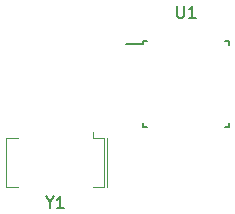
<source format=gbr>
%TF.GenerationSoftware,KiCad,Pcbnew,(6.0.7)*%
%TF.CreationDate,2022-10-03T13:44:35+01:00*%
%TF.ProjectId,teste,74657374-652e-46b6-9963-61645f706362,rev?*%
%TF.SameCoordinates,Original*%
%TF.FileFunction,Legend,Top*%
%TF.FilePolarity,Positive*%
%FSLAX46Y46*%
G04 Gerber Fmt 4.6, Leading zero omitted, Abs format (unit mm)*
G04 Created by KiCad (PCBNEW (6.0.7)) date 2022-10-03 13:44:35*
%MOMM*%
%LPD*%
G01*
G04 APERTURE LIST*
%ADD10C,0.150000*%
%ADD11C,0.120000*%
%ADD12R,1.000000X4.800000*%
%ADD13R,1.600000X0.550000*%
%ADD14R,0.550000X1.600000*%
G04 APERTURE END LIST*
D10*
%TO.C,Y1*%
X105898809Y-105901190D02*
X105898809Y-106377380D01*
X105565476Y-105377380D02*
X105898809Y-105901190D01*
X106232142Y-105377380D01*
X107089285Y-106377380D02*
X106517857Y-106377380D01*
X106803571Y-106377380D02*
X106803571Y-105377380D01*
X106708333Y-105520238D01*
X106613095Y-105615476D01*
X106517857Y-105663095D01*
%TO.C,U1*%
X116688095Y-89277380D02*
X116688095Y-90086904D01*
X116735714Y-90182142D01*
X116783333Y-90229761D01*
X116878571Y-90277380D01*
X117069047Y-90277380D01*
X117164285Y-90229761D01*
X117211904Y-90182142D01*
X117259523Y-90086904D01*
X117259523Y-89277380D01*
X118259523Y-90277380D02*
X117688095Y-90277380D01*
X117973809Y-90277380D02*
X117973809Y-89277380D01*
X117878571Y-89420238D01*
X117783333Y-89515476D01*
X117688095Y-89563095D01*
D11*
%TO.C,Y1*%
X110525000Y-100425000D02*
X110525000Y-104625000D01*
X110525000Y-104625000D02*
X109575000Y-104625000D01*
X109575000Y-100425000D02*
X110525000Y-100425000D01*
X110765000Y-104625000D02*
X110765000Y-100425000D01*
X109575000Y-99925000D02*
X109575000Y-100425000D01*
X102225000Y-104625000D02*
X102225000Y-100425000D01*
X103175000Y-104625000D02*
X102225000Y-104625000D01*
X102225000Y-100425000D02*
X103175000Y-100425000D01*
D10*
%TO.C,U1*%
X113825000Y-99500000D02*
X114150000Y-99500000D01*
X113825000Y-92250000D02*
X113825000Y-92475000D01*
X113825000Y-92250000D02*
X114150000Y-92250000D01*
X121075000Y-92250000D02*
X120750000Y-92250000D01*
X121075000Y-92250000D02*
X121075000Y-92575000D01*
X121075000Y-99500000D02*
X121075000Y-99175000D01*
X121075000Y-99500000D02*
X120750000Y-99500000D01*
X113825000Y-99500000D02*
X113825000Y-99175000D01*
X113825000Y-92475000D02*
X112400000Y-92475000D01*
%TD*%
%LPC*%
D12*
%TO.C,Y1*%
X108875000Y-102525000D03*
X106375000Y-102525000D03*
X103875000Y-102525000D03*
%TD*%
D13*
%TO.C,U1*%
X113200000Y-93075000D03*
X113200000Y-93875000D03*
X113200000Y-94675000D03*
X113200000Y-95475000D03*
X113200000Y-96275000D03*
X113200000Y-97075000D03*
X113200000Y-97875000D03*
X113200000Y-98675000D03*
D14*
X114650000Y-100125000D03*
X115450000Y-100125000D03*
X116250000Y-100125000D03*
X117050000Y-100125000D03*
X117850000Y-100125000D03*
X118650000Y-100125000D03*
X119450000Y-100125000D03*
X120250000Y-100125000D03*
D13*
X121700000Y-98675000D03*
X121700000Y-97875000D03*
X121700000Y-97075000D03*
X121700000Y-96275000D03*
X121700000Y-95475000D03*
X121700000Y-94675000D03*
X121700000Y-93875000D03*
X121700000Y-93075000D03*
D14*
X120250000Y-91625000D03*
X119450000Y-91625000D03*
X118650000Y-91625000D03*
X117850000Y-91625000D03*
X117050000Y-91625000D03*
X116250000Y-91625000D03*
X115450000Y-91625000D03*
X114650000Y-91625000D03*
%TD*%
M02*

</source>
